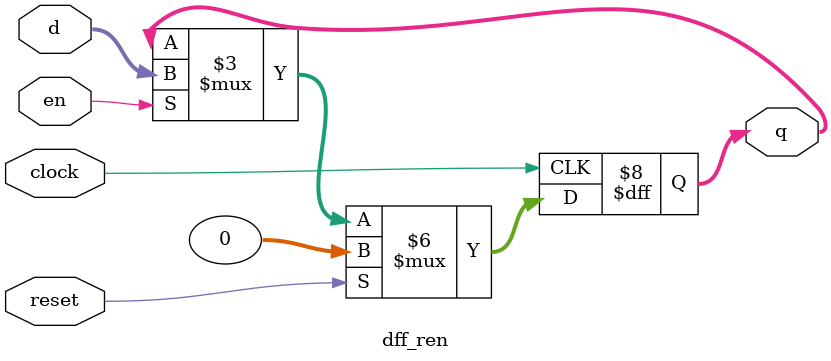
<source format=v>
module dff_ren
#(
	parameter DATA_WIDTH = 32,
	parameter RESET_VALUE = 'b0
)
(
    input   						clock,
    input   						reset,
    input   						en	 ,	
	input   	[DATA_WIDTH - 1:0]  d	 ,
	output reg	[DATA_WIDTH - 1:0]  q
);

always@(posedge clock) begin
	if(reset) begin
		q <= RESET_VALUE;
	end
	else if(en) begin
		q <= d;
	end
	else begin                                   
		q <= q;
	end
end
 
endmodule

</source>
